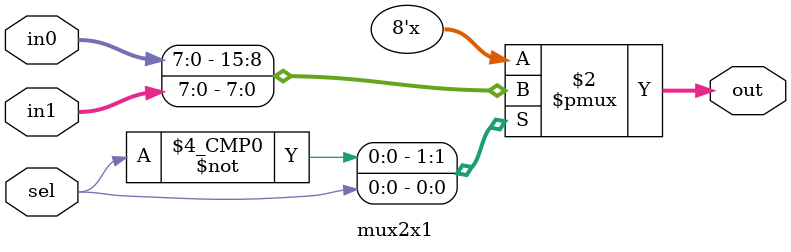
<source format=v>
module mux2x1 #(parameter N=8)
(input [N-1:0]in0,in1,
input sel,
output reg[N-1:0] out);

always @(*)
	case(sel)
		1'h0 : out = in0;
		1'h1 : out = in1;
		default : out = 0;
	endcase

endmodule
</source>
